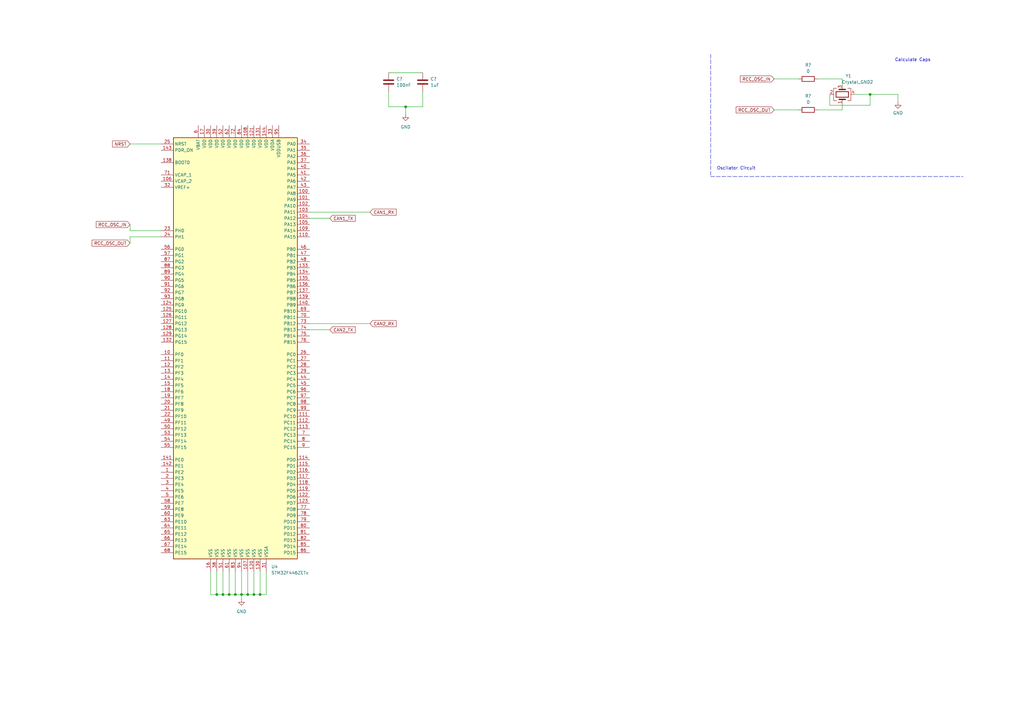
<source format=kicad_sch>
(kicad_sch (version 20211123) (generator eeschema)
  (paper "A3")
  (lib_symbols
    (symbol "Device:C" (pin_numbers hide) (pin_names (offset 0.254))
      (property "Reference" "C" (at 0.635 2.54 0))
      (property "Value" "C" (at 0.635 -2.54 0))
      (symbol "C_0_1"
        (polyline (pts (xy -2.032 -0.762) (xy 2.032 -0.762)) (stroke (width 0.508)))
        (polyline (pts (xy -2.032 0.762) (xy 2.032 0.762)) (stroke (width 0.508)))
      )
      (symbol "C_1_1"
        (pin passive line (at 0 3.81 270) (length 2.794) (name "~") (number "1"))
        (pin passive line (at 0 -3.81 90) (length 2.794) (name "~") (number "2"))
      )
    )
    (symbol "Device:Crystal_GND24" (pin_names (offset 1.016) hide)
      (property "Reference" "Y" (at 3.175 5.08 0))
      (property "Value" "Crystal_GND24" (at 3.175 3.175 0))
      (symbol "Crystal_GND24_0_1"
        (rectangle (start -1.143 2.54) (end 1.143 -2.54) (stroke (width 0.3048)))
        (polyline (pts (xy -2.54 0) (xy -2.032 0)))
        (polyline (pts (xy -2.032 -1.27) (xy -2.032 1.27)) (stroke (width 0.508)))
        (polyline (pts (xy 0 -3.81) (xy 0 -3.556)))
        (polyline (pts (xy 0 3.556) (xy 0 3.81)))
        (polyline (pts (xy 2.032 -1.27) (xy 2.032 1.27)) (stroke (width 0.508)))
        (polyline (pts (xy 2.032 0) (xy 2.54 0)))
        (polyline (pts (xy -2.54 -2.286) (xy -2.54 -3.556) (xy 2.54 -3.556) (xy 2.54 -2.286)))
        (polyline (pts (xy -2.54 2.286) (xy -2.54 3.556) (xy 2.54 3.556) (xy 2.54 2.286)))
      )
      (symbol "Crystal_GND24_1_1"
        (pin passive line (at -3.81 0 0) (length 1.27) (name "1") (number "1"))
        (pin passive line (at 0 5.08 270) (length 1.27) (name "2") (number "2"))
        (pin passive line (at 3.81 0 180) (length 1.27) (name "3") (number "3"))
        (pin passive line (at 0 -5.08 90) (length 1.27) (name "4") (number "4"))
      )
    )
    (symbol "Device:R" (pin_numbers hide) (pin_names (offset 0))
      (property "Reference" "R" (at 2.032 0 90))
      (property "Value" "R" (at 0 0 90))
      (symbol "R_0_1"
        (rectangle (start -1.016 -2.54) (end 1.016 2.54) (stroke (width 0.254)))
      )
      (symbol "R_1_1"
        (pin passive line (at 0 3.81 270) (length 1.27) (name "~") (number "1"))
        (pin passive line (at 0 -3.81 90) (length 1.27) (name "~") (number "2"))
      )
    )
    (symbol "MCU_ST_STM32F4:STM32F446ZETx"
      (property "Reference" "U" (at -25.4 87.63 0))
      (property "Value" "STM32F446ZETx" (at 20.32 87.63 0))
      (symbol "STM32F446ZETx_0_1"
        (rectangle (start -25.4 -86.36) (end 25.4 86.36) (stroke (width 0.254)) (fill (type background)))
      )
      (symbol "STM32F446ZETx_1_1"
        (pin bidirectional line (at -30.48 -50.8 0) (length 5.08) (name "PE2") (number "1"))
        (pin bidirectional line (at -30.48 -2.54 0) (length 5.08) (name "PF0") (number "10"))
        (pin bidirectional line (at 30.48 63.5 180) (length 5.08) (name "PA8") (number "100"))
        (pin bidirectional line (at 30.48 60.96 180) (length 5.08) (name "PA9") (number "101"))
        (pin bidirectional line (at 30.48 58.42 180) (length 5.08) (name "PA10") (number "102"))
        (pin bidirectional line (at 30.48 55.88 180) (length 5.08) (name "PA11") (number "103"))
        (pin bidirectional line (at 30.48 53.34 180) (length 5.08) (name "PA12") (number "104"))
        (pin bidirectional line (at 30.48 50.8 180) (length 5.08) (name "PA13") (number "105"))
        (pin power_in line (at -30.48 68.58 0) (length 5.08) (name "VCAP_2") (number "106"))
        (pin power_in line (at 5.08 -91.44 90) (length 5.08) (name "VSS") (number "107"))
        (pin power_in line (at 5.08 91.44 270) (length 5.08) (name "VDD") (number "108"))
        (pin bidirectional line (at 30.48 48.26 180) (length 5.08) (name "PA14") (number "109"))
        (pin bidirectional line (at -30.48 -5.08 0) (length 5.08) (name "PF1") (number "11"))
        (pin bidirectional line (at 30.48 45.72 180) (length 5.08) (name "PA15") (number "110"))
        (pin bidirectional line (at 30.48 -27.94 180) (length 5.08) (name "PC10") (number "111"))
        (pin bidirectional line (at 30.48 -30.48 180) (length 5.08) (name "PC11") (number "112"))
        (pin bidirectional line (at 30.48 -33.02 180) (length 5.08) (name "PC12") (number "113"))
        (pin bidirectional line (at 30.48 -45.72 180) (length 5.08) (name "PD0") (number "114"))
        (pin bidirectional line (at 30.48 -48.26 180) (length 5.08) (name "PD1") (number "115"))
        (pin bidirectional line (at 30.48 -50.8 180) (length 5.08) (name "PD2") (number "116"))
        (pin bidirectional line (at 30.48 -53.34 180) (length 5.08) (name "PD3") (number "117"))
        (pin bidirectional line (at 30.48 -55.88 180) (length 5.08) (name "PD4") (number "118"))
        (pin bidirectional line (at 30.48 -58.42 180) (length 5.08) (name "PD5") (number "119"))
        (pin bidirectional line (at -30.48 -7.62 0) (length 5.08) (name "PF2") (number "12"))
        (pin power_in line (at 7.62 -91.44 90) (length 5.08) (name "VSS") (number "120"))
        (pin power_in line (at 7.62 91.44 270) (length 5.08) (name "VDD") (number "121"))
        (pin bidirectional line (at 30.48 -60.96 180) (length 5.08) (name "PD6") (number "122"))
        (pin bidirectional line (at 30.48 -63.5 180) (length 5.08) (name "PD7") (number "123"))
        (pin bidirectional line (at -30.48 17.78 0) (length 5.08) (name "PG9") (number "124"))
        (pin bidirectional line (at -30.48 15.24 0) (length 5.08) (name "PG10") (number "125"))
        (pin bidirectional line (at -30.48 12.7 0) (length 5.08) (name "PG11") (number "126"))
        (pin bidirectional line (at -30.48 10.16 0) (length 5.08) (name "PG12") (number "127"))
        (pin bidirectional line (at -30.48 7.62 0) (length 5.08) (name "PG13") (number "128"))
        (pin bidirectional line (at -30.48 5.08 0) (length 5.08) (name "PG14") (number "129"))
        (pin bidirectional line (at -30.48 -10.16 0) (length 5.08) (name "PF3") (number "13"))
        (pin power_in line (at 10.16 -91.44 90) (length 5.08) (name "VSS") (number "130"))
        (pin power_in line (at 10.16 91.44 270) (length 5.08) (name "VDD") (number "131"))
        (pin bidirectional line (at -30.48 2.54 0) (length 5.08) (name "PG15") (number "132"))
        (pin bidirectional line (at 30.48 33.02 180) (length 5.08) (name "PB3") (number "133"))
        (pin bidirectional line (at 30.48 30.48 180) (length 5.08) (name "PB4") (number "134"))
        (pin bidirectional line (at 30.48 27.94 180) (length 5.08) (name "PB5") (number "135"))
        (pin bidirectional line (at 30.48 25.4 180) (length 5.08) (name "PB6") (number "136"))
        (pin bidirectional line (at 30.48 22.86 180) (length 5.08) (name "PB7") (number "137"))
        (pin input line (at -30.48 76.2 0) (length 5.08) (name "BOOT0") (number "138"))
        (pin bidirectional line (at 30.48 20.32 180) (length 5.08) (name "PB8") (number "139"))
        (pin bidirectional line (at -30.48 -12.7 0) (length 5.08) (name "PF4") (number "14"))
        (pin bidirectional line (at 30.48 17.78 180) (length 5.08) (name "PB9") (number "140"))
        (pin bidirectional line (at -30.48 -45.72 0) (length 5.08) (name "PE0") (number "141"))
        (pin bidirectional line (at -30.48 -48.26 0) (length 5.08) (name "PE1") (number "142"))
        (pin input line (at -30.48 81.28 0) (length 5.08) (name "PDR_ON") (number "143"))
        (pin power_in line (at 12.7 91.44 270) (length 5.08) (name "VDD") (number "144"))
        (pin bidirectional line (at -30.48 -15.24 0) (length 5.08) (name "PF5") (number "15"))
        (pin power_in line (at -10.16 -91.44 90) (length 5.08) (name "VSS") (number "16"))
        (pin power_in line (at -12.7 91.44 270) (length 5.08) (name "VDD") (number "17"))
        (pin bidirectional line (at -30.48 -17.78 0) (length 5.08) (name "PF6") (number "18"))
        (pin bidirectional line (at -30.48 -20.32 0) (length 5.08) (name "PF7") (number "19"))
        (pin bidirectional line (at -30.48 -53.34 0) (length 5.08) (name "PE3") (number "2"))
        (pin bidirectional line (at -30.48 -22.86 0) (length 5.08) (name "PF8") (number "20"))
        (pin bidirectional line (at -30.48 -25.4 0) (length 5.08) (name "PF9") (number "21"))
        (pin bidirectional line (at -30.48 -27.94 0) (length 5.08) (name "PF10") (number "22"))
        (pin input line (at -30.48 48.26 0) (length 5.08) (name "PH0") (number "23"))
        (pin input line (at -30.48 45.72 0) (length 5.08) (name "PH1") (number "24"))
        (pin input line (at -30.48 83.82 0) (length 5.08) (name "NRST") (number "25"))
        (pin bidirectional line (at 30.48 -2.54 180) (length 5.08) (name "PC0") (number "26"))
        (pin bidirectional line (at 30.48 -5.08 180) (length 5.08) (name "PC1") (number "27"))
        (pin bidirectional line (at 30.48 -7.62 180) (length 5.08) (name "PC2") (number "28"))
        (pin bidirectional line (at 30.48 -10.16 180) (length 5.08) (name "PC3") (number "29"))
        (pin bidirectional line (at -30.48 -55.88 0) (length 5.08) (name "PE4") (number "3"))
        (pin power_in line (at -10.16 91.44 270) (length 5.08) (name "VDD") (number "30"))
        (pin power_in line (at 12.7 -91.44 90) (length 5.08) (name "VSSA") (number "31"))
        (pin power_in line (at -30.48 66.04 0) (length 5.08) (name "VREF+") (number "32"))
        (pin power_in line (at 15.24 91.44 270) (length 5.08) (name "VDDA") (number "33"))
        (pin bidirectional line (at 30.48 83.82 180) (length 5.08) (name "PA0") (number "34"))
        (pin bidirectional line (at 30.48 81.28 180) (length 5.08) (name "PA1") (number "35"))
        (pin bidirectional line (at 30.48 78.74 180) (length 5.08) (name "PA2") (number "36"))
        (pin bidirectional line (at 30.48 76.2 180) (length 5.08) (name "PA3") (number "37"))
        (pin power_in line (at -7.62 -91.44 90) (length 5.08) (name "VSS") (number "38"))
        (pin power_in line (at -7.62 91.44 270) (length 5.08) (name "VDD") (number "39"))
        (pin bidirectional line (at -30.48 -58.42 0) (length 5.08) (name "PE5") (number "4"))
        (pin bidirectional line (at 30.48 73.66 180) (length 5.08) (name "PA4") (number "40"))
        (pin bidirectional line (at 30.48 71.12 180) (length 5.08) (name "PA5") (number "41"))
        (pin bidirectional line (at 30.48 68.58 180) (length 5.08) (name "PA6") (number "42"))
        (pin bidirectional line (at 30.48 66.04 180) (length 5.08) (name "PA7") (number "43"))
        (pin bidirectional line (at 30.48 -12.7 180) (length 5.08) (name "PC4") (number "44"))
        (pin bidirectional line (at 30.48 -15.24 180) (length 5.08) (name "PC5") (number "45"))
        (pin bidirectional line (at 30.48 40.64 180) (length 5.08) (name "PB0") (number "46"))
        (pin bidirectional line (at 30.48 38.1 180) (length 5.08) (name "PB1") (number "47"))
        (pin bidirectional line (at 30.48 35.56 180) (length 5.08) (name "PB2") (number "48"))
        (pin bidirectional line (at -30.48 -30.48 0) (length 5.08) (name "PF11") (number "49"))
        (pin bidirectional line (at -30.48 -60.96 0) (length 5.08) (name "PE6") (number "5"))
        (pin bidirectional line (at -30.48 -33.02 0) (length 5.08) (name "PF12") (number "50"))
        (pin power_in line (at -5.08 -91.44 90) (length 5.08) (name "VSS") (number "51"))
        (pin power_in line (at -5.08 91.44 270) (length 5.08) (name "VDD") (number "52"))
        (pin bidirectional line (at -30.48 -35.56 0) (length 5.08) (name "PF13") (number "53"))
        (pin bidirectional line (at -30.48 -38.1 0) (length 5.08) (name "PF14") (number "54"))
        (pin bidirectional line (at -30.48 -40.64 0) (length 5.08) (name "PF15") (number "55"))
        (pin bidirectional line (at -30.48 40.64 0) (length 5.08) (name "PG0") (number "56"))
        (pin bidirectional line (at -30.48 38.1 0) (length 5.08) (name "PG1") (number "57"))
        (pin bidirectional line (at -30.48 -63.5 0) (length 5.08) (name "PE7") (number "58"))
        (pin bidirectional line (at -30.48 -66.04 0) (length 5.08) (name "PE8") (number "59"))
        (pin power_in line (at -15.24 91.44 270) (length 5.08) (name "VBAT") (number "6"))
        (pin bidirectional line (at -30.48 -68.58 0) (length 5.08) (name "PE9") (number "60"))
        (pin power_in line (at -2.54 -91.44 90) (length 5.08) (name "VSS") (number "61"))
        (pin power_in line (at -2.54 91.44 270) (length 5.08) (name "VDD") (number "62"))
        (pin bidirectional line (at -30.48 -71.12 0) (length 5.08) (name "PE10") (number "63"))
        (pin bidirectional line (at -30.48 -73.66 0) (length 5.08) (name "PE11") (number "64"))
        (pin bidirectional line (at -30.48 -76.2 0) (length 5.08) (name "PE12") (number "65"))
        (pin bidirectional line (at -30.48 -78.74 0) (length 5.08) (name "PE13") (number "66"))
        (pin bidirectional line (at -30.48 -81.28 0) (length 5.08) (name "PE14") (number "67"))
        (pin bidirectional line (at -30.48 -83.82 0) (length 5.08) (name "PE15") (number "68"))
        (pin bidirectional line (at 30.48 15.24 180) (length 5.08) (name "PB10") (number "69"))
        (pin bidirectional line (at 30.48 -35.56 180) (length 5.08) (name "PC13") (number "7"))
        (pin bidirectional line (at 30.48 12.7 180) (length 5.08) (name "PB11") (number "70"))
        (pin power_in line (at -30.48 71.12 0) (length 5.08) (name "VCAP_1") (number "71"))
        (pin power_in line (at 0 91.44 270) (length 5.08) (name "VDD") (number "72"))
        (pin bidirectional line (at 30.48 10.16 180) (length 5.08) (name "PB12") (number "73"))
        (pin bidirectional line (at 30.48 7.62 180) (length 5.08) (name "PB13") (number "74"))
        (pin bidirectional line (at 30.48 5.08 180) (length 5.08) (name "PB14") (number "75"))
        (pin bidirectional line (at 30.48 2.54 180) (length 5.08) (name "PB15") (number "76"))
        (pin bidirectional line (at 30.48 -66.04 180) (length 5.08) (name "PD8") (number "77"))
        (pin bidirectional line (at 30.48 -68.58 180) (length 5.08) (name "PD9") (number "78"))
        (pin bidirectional line (at 30.48 -71.12 180) (length 5.08) (name "PD10") (number "79"))
        (pin bidirectional line (at 30.48 -38.1 180) (length 5.08) (name "PC14") (number "8"))
        (pin bidirectional line (at 30.48 -73.66 180) (length 5.08) (name "PD11") (number "80"))
        (pin bidirectional line (at 30.48 -76.2 180) (length 5.08) (name "PD12") (number "81"))
        (pin bidirectional line (at 30.48 -78.74 180) (length 5.08) (name "PD13") (number "82"))
        (pin power_in line (at 0 -91.44 90) (length 5.08) (name "VSS") (number "83"))
        (pin power_in line (at 2.54 91.44 270) (length 5.08) (name "VDD") (number "84"))
        (pin bidirectional line (at 30.48 -81.28 180) (length 5.08) (name "PD14") (number "85"))
        (pin bidirectional line (at 30.48 -83.82 180) (length 5.08) (name "PD15") (number "86"))
        (pin bidirectional line (at -30.48 35.56 0) (length 5.08) (name "PG2") (number "87"))
        (pin bidirectional line (at -30.48 33.02 0) (length 5.08) (name "PG3") (number "88"))
        (pin bidirectional line (at -30.48 30.48 0) (length 5.08) (name "PG4") (number "89"))
        (pin bidirectional line (at 30.48 -40.64 180) (length 5.08) (name "PC15") (number "9"))
        (pin bidirectional line (at -30.48 27.94 0) (length 5.08) (name "PG5") (number "90"))
        (pin bidirectional line (at -30.48 25.4 0) (length 5.08) (name "PG6") (number "91"))
        (pin bidirectional line (at -30.48 22.86 0) (length 5.08) (name "PG7") (number "92"))
        (pin bidirectional line (at -30.48 20.32 0) (length 5.08) (name "PG8") (number "93"))
        (pin power_in line (at 2.54 -91.44 90) (length 5.08) (name "VSS") (number "94"))
        (pin power_in line (at 17.78 91.44 270) (length 5.08) (name "VDDUSB") (number "95"))
        (pin bidirectional line (at 30.48 -17.78 180) (length 5.08) (name "PC6") (number "96"))
        (pin bidirectional line (at 30.48 -20.32 180) (length 5.08) (name "PC7") (number "97"))
        (pin bidirectional line (at 30.48 -22.86 180) (length 5.08) (name "PC8") (number "98"))
        (pin bidirectional line (at 30.48 -25.4 180) (length 5.08) (name "PC9") (number "99"))
      )
    )
    (symbol "power:GND" (power) (pin_names (offset 0))
      (property "Value" "GND" (at 0 -3.81 0))
      (symbol "GND_0_1"
        (polyline (pts (xy 0 0) (xy 0 -1.27) (xy 1.27 -1.27) (xy 0 -2.54) (xy -1.27 -1.27) (xy 0 -1.27)))
      )
      (symbol "GND_1_1"
        (pin power_in line (at 0 0 270) (length 0) hide (name "GND") (number "1"))
      )
    )
  )
  (junction (at 166.37 43.815))
  (junction (at 91.44 243.84))
  (junction (at 99.06 243.84))
  (junction (at 88.9 243.84))
  (junction (at 96.52 243.84))
  (junction (at 101.6 243.84))
  (junction (at 104.14 243.84))
  (junction (at 356.87 38.735))
  (junction (at 106.68 243.84))
  (junction (at 93.98 243.84))
  (wire (pts (xy 127 132.715) (xy 151.765 132.715)))
  (wire (pts (xy 106.68 243.84) (xy 104.14 243.84)))
  (wire (pts (xy 335.28 32.385) (xy 345.44 32.385)))
  (wire (pts (xy 173.355 29.845) (xy 159.385 29.845)))
  (wire (pts (xy 109.22 243.84) (xy 106.68 243.84)))
  (wire (pts (xy 159.385 43.815) (xy 166.37 43.815)))
  (wire (pts (xy 345.44 42.545) (xy 345.44 45.085)))
  (wire (pts (xy 99.06 234.315) (xy 99.06 243.84)))
  (polyline (pts (xy 291.465 72.39) (xy 394.97 72.39)))
  (wire (pts (xy 86.36 243.84) (xy 88.9 243.84)))
  (wire (pts (xy 101.6 234.315) (xy 101.6 243.84)))
  (wire (pts (xy 86.36 234.315) (xy 86.36 243.84)))
  (wire (pts (xy 104.14 234.315) (xy 104.14 243.84)))
  (wire (pts (xy 106.68 234.315) (xy 106.68 243.84)))
  (wire (pts (xy 109.22 234.315) (xy 109.22 243.84)))
  (wire (pts (xy 66.04 97.155) (xy 53.34 97.155)))
  (wire (pts (xy 356.87 43.18) (xy 356.87 38.735)))
  (wire (pts (xy 93.98 234.315) (xy 93.98 243.84)))
  (wire (pts (xy 53.34 94.615) (xy 66.04 94.615)))
  (wire (pts (xy 166.37 43.815) (xy 173.355 43.815)))
  (wire (pts (xy 350.52 38.735) (xy 356.87 38.735)))
  (wire (pts (xy 127 135.255) (xy 135.255 135.255)))
  (polyline (pts (xy 291.465 22.225) (xy 291.465 72.39)))
  (wire (pts (xy 88.9 243.84) (xy 91.44 243.84)))
  (wire (pts (xy 53.34 59.055) (xy 66.04 59.055)))
  (wire (pts (xy 166.37 43.815) (xy 166.37 46.99)))
  (wire (pts (xy 368.3 38.735) (xy 368.3 41.91)))
  (wire (pts (xy 345.44 32.385) (xy 345.44 34.925)))
  (wire (pts (xy 91.44 243.84) (xy 93.98 243.84)))
  (wire (pts (xy 356.87 38.735) (xy 368.3 38.735)))
  (wire (pts (xy 335.28 45.085) (xy 345.44 45.085)))
  (wire (pts (xy 96.52 234.315) (xy 96.52 243.84)))
  (wire (pts (xy 53.34 92.075) (xy 53.34 94.615)))
  (wire (pts (xy 340.36 38.735) (xy 340.36 43.18)))
  (wire (pts (xy 340.36 43.18) (xy 356.87 43.18)))
  (wire (pts (xy 91.44 234.315) (xy 91.44 243.84)))
  (wire (pts (xy 96.52 243.84) (xy 99.06 243.84)))
  (wire (pts (xy 317.5 32.385) (xy 327.66 32.385)))
  (wire (pts (xy 101.6 243.84) (xy 99.06 243.84)))
  (wire (pts (xy 317.5 45.085) (xy 327.66 45.085)))
  (wire (pts (xy 104.14 243.84) (xy 101.6 243.84)))
  (wire (pts (xy 173.355 37.465) (xy 173.355 43.815)))
  (wire (pts (xy 127 89.535) (xy 135.255 89.535)))
  (wire (pts (xy 159.385 37.465) (xy 159.385 43.815)))
  (wire (pts (xy 127 86.995) (xy 151.765 86.995)))
  (wire (pts (xy 99.06 245.745) (xy 99.06 243.84)))
  (wire (pts (xy 93.98 243.84) (xy 96.52 243.84)))
  (wire (pts (xy 88.9 234.315) (xy 88.9 243.84)))
  (wire (pts (xy 53.34 97.155) (xy 53.34 99.695)))
  (text "Calculate Caps" (at 367.03 25.4 0) (effects (font (size 1.27 1.27)) (justify left bottom)))
  (text "Oscilator Circuit" (at 294.005 69.85 0) (effects (font (size 1.27 1.27)) (justify left bottom)))
  (global_label "RCC_OSC_IN" (shape input) (at 53.34 92.075 180) (property "Intersheet References" "${INTERSHEET_REFS}" (effects hide)))
  (global_label "RCC_OSC_OUT" (shape input) (at 53.34 99.695 180) (property "Intersheet References" "${INTERSHEET_REFS}" (effects hide)))
  (global_label "NRST" (shape input) (at 53.34 59.055 180) (property "Intersheet References" "${INTERSHEET_REFS}" (effects hide)))
  (global_label "CAN2_TX" (shape input) (at 135.255 135.255 0) (property "Intersheet References" "${INTERSHEET_REFS}" (effects hide)))
  (global_label "RCC_OSC_IN" (shape input) (at 317.5 32.385 180) (property "Intersheet References" "${INTERSHEET_REFS}" (effects hide)))
  (global_label "CAN1_TX" (shape input) (at 135.255 89.535 0) (property "Intersheet References" "${INTERSHEET_REFS}" (effects hide)))
  (global_label "RCC_OSC_OUT" (shape input) (at 317.5 45.085 180) (property "Intersheet References" "${INTERSHEET_REFS}" (effects hide)))
  (global_label "CAN1_RX" (shape input) (at 151.765 86.995 0) (property "Intersheet References" "${INTERSHEET_REFS}" (effects hide)))
  (global_label "CAN2_RX" (shape input) (at 151.765 132.715 0) (property "Intersheet References" "${INTERSHEET_REFS}" (effects hide)))
  (symbol (lib_id "MCU_ST_STM32F4:STM32F446ZETx") (at 96.52 142.875 0) (unit 1)
    (property "Reference" "U4" (at 111.2394 232.41 0) (effects (justify left)))
    (property "Value" "STM32F446ZETx" (at 111.2394 234.95 0) (effects (justify left)))
    (property "Footprint" "Package_QFP:LQFP-144_20x20mm_P0.5mm" (effects hide))
    (property "Datasheet" "http://www.st.com/st-web-ui/static/active/en/resource/technical/document/datasheet/DM00141306.pdf" (effects hide))
  )
  (symbol (lib_id "power:GND") (at 99.06 245.745 0) (unit 1)
    (property "Reference" "#PWR014" (effects hide))
    (property "Value" "GND" (at 99.06 250.825 0))
  )
  (symbol (lib_id "Device:R") (at 331.47 45.085 90) (unit 1)
    (property "Reference" "R?" (at 331.47 39.37 90))
    (property "Value" "0" (at 331.47 41.91 90))
  )
  (symbol (lib_id "power:GND") (at 368.3 41.91 0) (unit 1)
    (property "Reference" "#PWR0101" (effects hide))
    (property "Value" "GND" (at 368.3 46.355 0))
  )
  (symbol (lib_id "power:GND") (at 166.37 46.99 0) (unit 1)
    (property "Reference" "#PWR?" (effects hide))
    (property "Value" "GND" (at 166.37 52.07 0))
  )
  (symbol (lib_id "Device:Crystal_GND24") (at 345.44 38.735 90) (unit 1)
    (property "Reference" "Y1" (at 349.25 31.115 90) (effects (justify left)))
    (property "Value" "Crystal_GND2" (at 358.14 33.655 90) (effects (justify left)))
    (property "Footprint" "Crystal:Crystal_SMD_7050-4Pin_7.0x5.0mm" (effects hide))
  )
  (symbol (lib_id "Device:C") (at 173.355 33.655 0) (unit 1)
    (property "Reference" "C?" (at 176.53 32.3849 0) (effects (justify left)))
    (property "Value" "1uF" (at 176.53 34.9249 0) (effects (justify left)))
  )
  (symbol (lib_id "Device:R") (at 331.47 32.385 90) (unit 1)
    (property "Reference" "R?" (at 331.47 26.67 90))
    (property "Value" "0" (at 331.47 29.21 90))
  )
  (symbol (lib_id "Device:C") (at 159.385 33.655 0) (unit 1)
    (property "Reference" "C?" (at 162.56 32.3849 0) (effects (justify left)))
    (property "Value" "100nF" (at 162.56 34.9249 0) (effects (justify left)))
  )
)
</source>
